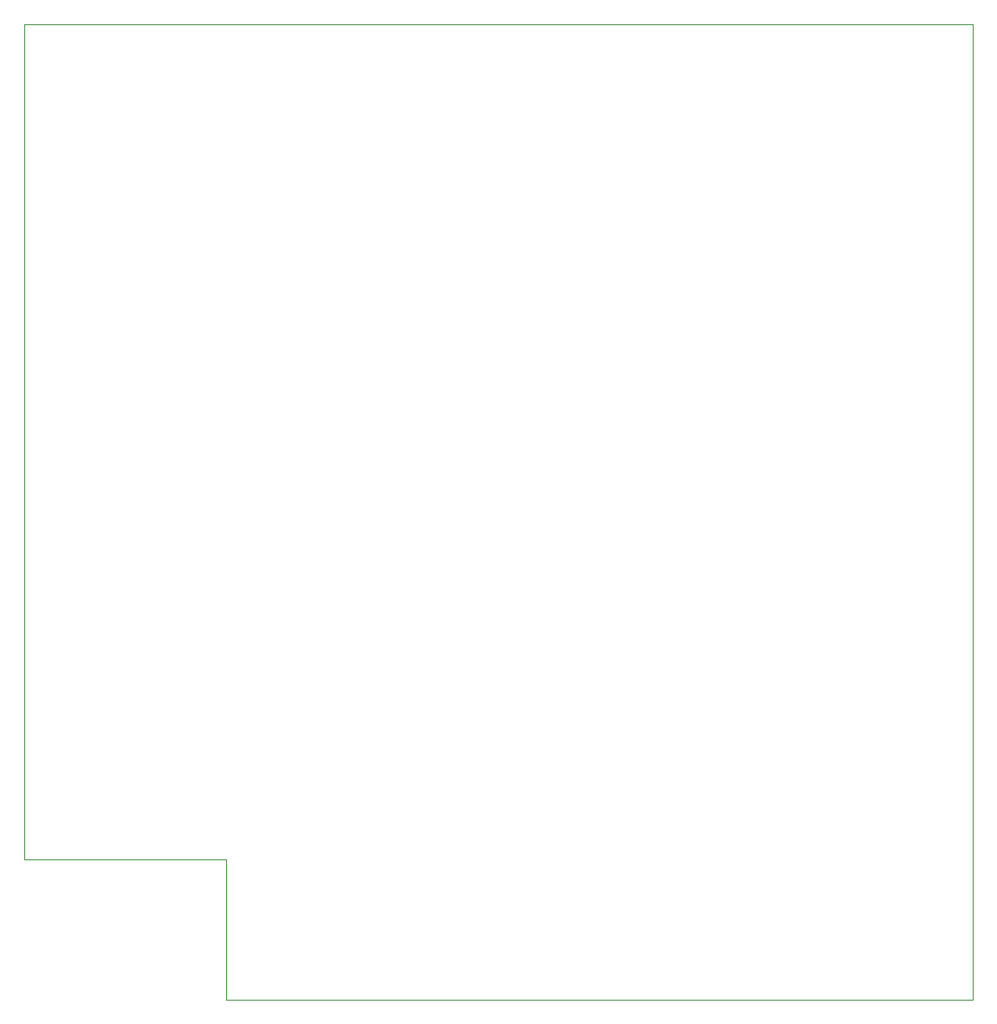
<source format=gm1>
G04 #@! TF.GenerationSoftware,KiCad,Pcbnew,(5.1.6)-1*
G04 #@! TF.CreationDate,2020-12-01T23:33:15+02:00*
G04 #@! TF.ProjectId,ZX_Multiface_3_1_4D,5a585f4d-756c-4746-9966-6163655f335f,rev?*
G04 #@! TF.SameCoordinates,Original*
G04 #@! TF.FileFunction,Profile,NP*
%FSLAX46Y46*%
G04 Gerber Fmt 4.6, Leading zero omitted, Abs format (unit mm)*
G04 Created by KiCad (PCBNEW (5.1.6)-1) date 2020-12-01 23:33:15*
%MOMM*%
%LPD*%
G01*
G04 APERTURE LIST*
G04 #@! TA.AperFunction,Profile*
%ADD10C,0.050000*%
G04 #@! TD*
G04 APERTURE END LIST*
D10*
X77419200Y-55829200D02*
X170180000Y-55854600D01*
X77470000Y-137414000D02*
X77419200Y-55829200D01*
X97155000Y-137414000D02*
X77470000Y-137414000D01*
X170180000Y-151130000D02*
X170180000Y-55854600D01*
X97155000Y-151130000D02*
X97155000Y-137414000D01*
X97155000Y-151130000D02*
X170180000Y-151130000D01*
M02*

</source>
